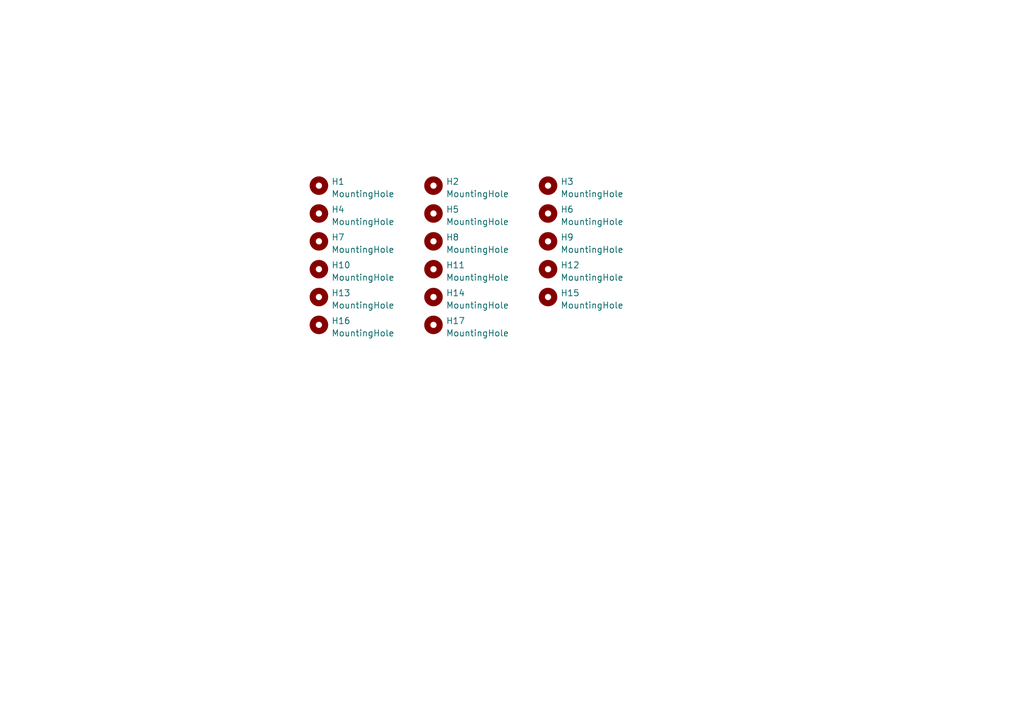
<source format=kicad_sch>
(kicad_sch (version 20231120) (generator "eeschema") (generator_version "8.0")
  (paper "A5")
  (title_block (title "EC Pro2 Mainboard") (date "2024-03-03") (rev "1.0") (company "LU.SV Solutions") (comment 1 "Cipulot PCB Design") (comment 2 "Cipulot") (comment 3 "CC-BY-NC-SA-4.0"))
  (lib_symbols
    (symbol "Mechanical:MountingHole" (pin_names (offset 1.016))
      (property "Reference" "H" (at 0 5.08 0))
      (property "Value" "MountingHole" (at 0 3.175 0))
      (symbol "MountingHole_0_1"
        (circle (center 0 0) (radius 1.27) (stroke (width 1.27)))
      )
    )
  )
  (symbol (lib_id "Mechanical:MountingHole") (at 65.405 66.675 0) (unit 1)
    (property "Reference" "H16" (at 67.945 65.8403 0) (effects (justify left)))
    (property "Value" "MountingHole" (at 67.945 68.3772 0) (effects (justify left)))
    (property "Footprint" "cipulot_parts:HOLE_M2" (effects (hide yes)))
  )
  (symbol (lib_id "Mechanical:MountingHole") (at 88.9 55.245 0) (unit 1)
    (property "Reference" "H11" (at 91.44 54.4103 0) (effects (justify left)))
    (property "Value" "MountingHole" (at 91.44 56.9472 0) (effects (justify left)))
    (property "Footprint" "cipulot_parts:HOLE_M2" (effects (hide yes)))
  )
  (symbol (lib_id "Mechanical:MountingHole") (at 88.9 43.815 0) (unit 1)
    (property "Reference" "H5" (at 91.44 42.9803 0) (effects (justify left)))
    (property "Value" "MountingHole" (at 91.44 45.5172 0) (effects (justify left)))
    (property "Footprint" "cipulot_parts:HOLE_M2" (effects (hide yes)))
  )
  (symbol (lib_id "Mechanical:MountingHole") (at 112.395 55.245 0) (unit 1)
    (property "Reference" "H12" (at 114.935 54.4103 0) (effects (justify left)))
    (property "Value" "MountingHole" (at 114.935 56.9472 0) (effects (justify left)))
    (property "Footprint" "cipulot_parts:HOLE_M2" (effects (hide yes)))
  )
  (symbol (lib_id "Mechanical:MountingHole") (at 65.405 49.53 0) (unit 1)
    (property "Reference" "H7" (at 67.945 48.6953 0) (effects (justify left)))
    (property "Value" "MountingHole" (at 67.945 51.2322 0) (effects (justify left)))
    (property "Footprint" "cipulot_parts:HOLE_M2" (effects (hide yes)))
  )
  (symbol (lib_id "Mechanical:MountingHole") (at 88.9 66.675 0) (unit 1)
    (property "Reference" "H17" (at 91.44 65.8403 0) (effects (justify left)))
    (property "Value" "MountingHole" (at 91.44 68.3772 0) (effects (justify left)))
    (property "Footprint" "cipulot_parts:HOLE_M2" (effects (hide yes)))
  )
  (symbol (lib_id "Mechanical:MountingHole") (at 65.405 60.96 0) (unit 1)
    (property "Reference" "H13" (at 67.945 60.1253 0) (effects (justify left)))
    (property "Value" "MountingHole" (at 67.945 62.6622 0) (effects (justify left)))
    (property "Footprint" "cipulot_parts:HOLE_M2" (effects (hide yes)))
  )
  (symbol (lib_id "Mechanical:MountingHole") (at 65.405 55.245 0) (unit 1)
    (property "Reference" "H10" (at 67.945 54.4103 0) (effects (justify left)))
    (property "Value" "MountingHole" (at 67.945 56.9472 0) (effects (justify left)))
    (property "Footprint" "cipulot_parts:HOLE_M2" (effects (hide yes)))
  )
  (symbol (lib_id "Mechanical:MountingHole") (at 112.395 43.815 0) (unit 1)
    (property "Reference" "H6" (at 114.935 42.9803 0) (effects (justify left)))
    (property "Value" "MountingHole" (at 114.935 45.5172 0) (effects (justify left)))
    (property "Footprint" "cipulot_parts:HOLE_M2" (effects (hide yes)))
  )
  (symbol (lib_id "Mechanical:MountingHole") (at 112.395 49.53 0) (unit 1)
    (property "Reference" "H9" (at 114.935 48.6953 0) (effects (justify left)))
    (property "Value" "MountingHole" (at 114.935 51.2322 0) (effects (justify left)))
    (property "Footprint" "cipulot_parts:HOLE_M2" (effects (hide yes)))
  )
  (symbol (lib_id "Mechanical:MountingHole") (at 88.9 38.1 0) (unit 1)
    (property "Reference" "H2" (at 91.44 37.2653 0) (effects (justify left)))
    (property "Value" "MountingHole" (at 91.44 39.8022 0) (effects (justify left)))
    (property "Footprint" "cipulot_parts:HOLE_M2" (effects (hide yes)))
  )
  (symbol (lib_id "Mechanical:MountingHole") (at 88.9 60.96 0) (unit 1)
    (property "Reference" "H14" (at 91.44 60.1253 0) (effects (justify left)))
    (property "Value" "MountingHole" (at 91.44 62.6622 0) (effects (justify left)))
    (property "Footprint" "cipulot_parts:HOLE_M2" (effects (hide yes)))
  )
  (symbol (lib_id "Mechanical:MountingHole") (at 112.395 60.96 0) (unit 1)
    (property "Reference" "H15" (at 114.935 60.1253 0) (effects (justify left)))
    (property "Value" "MountingHole" (at 114.935 62.6622 0) (effects (justify left)))
    (property "Footprint" "cipulot_parts:HOLE_M2" (effects (hide yes)))
  )
  (symbol (lib_id "Mechanical:MountingHole") (at 65.405 43.815 0) (unit 1)
    (property "Reference" "H4" (at 67.945 42.9803 0) (effects (justify left)))
    (property "Value" "MountingHole" (at 67.945 45.5172 0) (effects (justify left)))
    (property "Footprint" "cipulot_parts:HOLE_M2" (effects (hide yes)))
  )
  (symbol (lib_id "Mechanical:MountingHole") (at 88.9 49.53 0) (unit 1)
    (property "Reference" "H8" (at 91.44 48.6953 0) (effects (justify left)))
    (property "Value" "MountingHole" (at 91.44 51.2322 0) (effects (justify left)))
    (property "Footprint" "cipulot_parts:HOLE_M2" (effects (hide yes)))
  )
  (symbol (lib_id "Mechanical:MountingHole") (at 65.405 38.1 0) (unit 1)
    (property "Reference" "H1" (at 67.945 37.2653 0) (effects (justify left)))
    (property "Value" "MountingHole" (at 67.945 39.8022 0) (effects (justify left)))
    (property "Footprint" "cipulot_parts:HOLE_M2" (effects (hide yes)))
  )
  (symbol (lib_id "Mechanical:MountingHole") (at 112.395 38.1 0) (unit 1)
    (property "Reference" "H3" (at 114.935 37.2653 0) (effects (justify left)))
    (property "Value" "MountingHole" (at 114.935 39.8022 0) (effects (justify left)))
    (property "Footprint" "cipulot_parts:HOLE_M2" (effects (hide yes)))
  )
)
</source>
